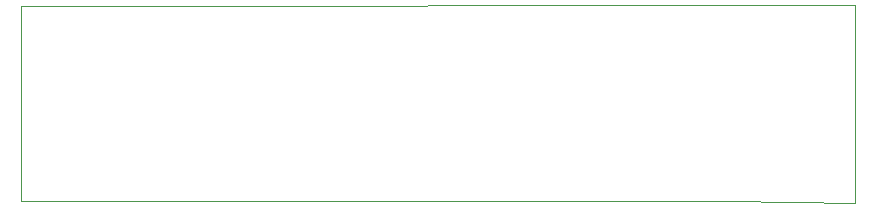
<source format=gbr>
G04 #@! TF.GenerationSoftware,KiCad,Pcbnew,(6.0.0-rc1-dev-305-gf0b8b21)*
G04 #@! TF.CreationDate,2020-01-19T18:47:03-08:00*
G04 #@! TF.ProjectId,29.4MHz_Bandpass_Filter_Rev1,32392E344D487A5F42616E6470617373,rev?*
G04 #@! TF.SameCoordinates,Original*
G04 #@! TF.FileFunction,Profile,NP*
%FSLAX46Y46*%
G04 Gerber Fmt 4.6, Leading zero omitted, Abs format (unit mm)*
G04 Created by KiCad (PCBNEW (6.0.0-rc1-dev-305-gf0b8b21)) date Sunday, January 19, 2020 at 06:47:03 PM*
%MOMM*%
%LPD*%
G01*
G04 APERTURE LIST*
%ADD10C,0.050000*%
G04 APERTURE END LIST*
D10*
X101600000Y-63500000D02*
X110236000Y-63500000D01*
X101600000Y-46990000D02*
X101600000Y-63500000D01*
X110109000Y-46990000D02*
X101600000Y-46990000D01*
X171958000Y-46863000D02*
X172212000Y-46863000D01*
X172212000Y-63627000D02*
X161544000Y-63500000D01*
X172212000Y-46863000D02*
X172212000Y-63627000D01*
X161544000Y-46863000D02*
X171958000Y-46863000D01*
X161544000Y-46863000D02*
X110109000Y-46990000D01*
X110236000Y-63500000D02*
X161544000Y-63500000D01*
M02*

</source>
